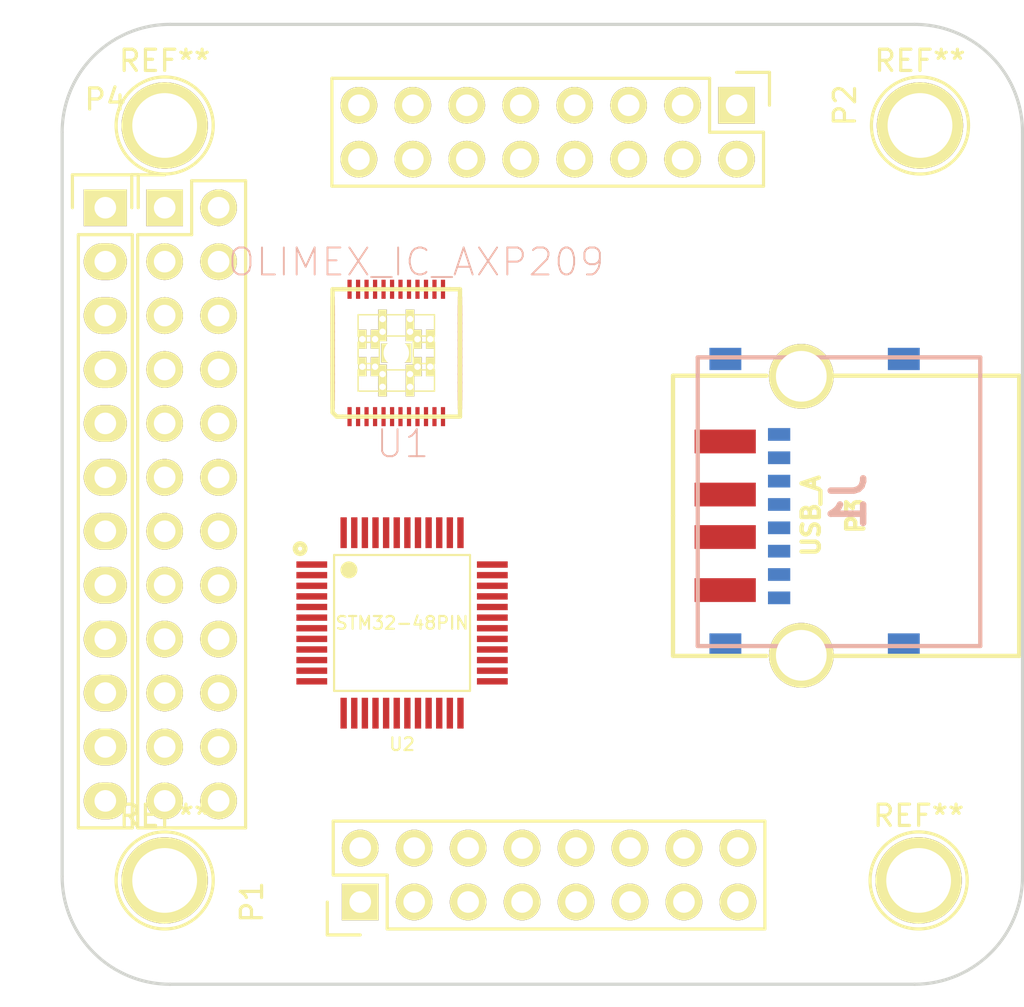
<source format=kicad_pcb>
(kicad_pcb (version 4) (host pcbnew 4.0.0-rc1-stable)

  (general
    (links 1)
    (no_connects 1)
    (area 124.384999 79.172999 169.747001 124.535001)
    (thickness 1.6)
    (drawings 8)
    (tracks 0)
    (zones 0)
    (modules 12)
    (nets 182)
  )

  (page A4)
  (layers
    (0 F.Cu signal)
    (31 B.Cu signal)
    (32 B.Adhes user)
    (33 F.Adhes user)
    (34 B.Paste user)
    (35 F.Paste user)
    (36 B.SilkS user)
    (37 F.SilkS user)
    (38 B.Mask user)
    (39 F.Mask user)
    (40 Dwgs.User user)
    (41 Cmts.User user)
    (42 Eco1.User user)
    (43 Eco2.User user)
    (44 Edge.Cuts user)
    (45 Margin user)
    (46 B.CrtYd user)
    (47 F.CrtYd user)
    (48 B.Fab user)
    (49 F.Fab user)
  )

  (setup
    (last_trace_width 0.25)
    (trace_clearance 0.2)
    (zone_clearance 0.508)
    (zone_45_only no)
    (trace_min 0.2)
    (segment_width 0.2)
    (edge_width 0.15)
    (via_size 0.6)
    (via_drill 0.4)
    (via_min_size 0.4)
    (via_min_drill 0.3)
    (uvia_size 0.3)
    (uvia_drill 0.1)
    (uvias_allowed no)
    (uvia_min_size 0.2)
    (uvia_min_drill 0.1)
    (pcb_text_width 0.3)
    (pcb_text_size 1.5 1.5)
    (mod_edge_width 0.15)
    (mod_text_size 1 1)
    (mod_text_width 0.15)
    (pad_size 1.524 1.524)
    (pad_drill 0.762)
    (pad_to_mask_clearance 0.2)
    (aux_axis_origin 0 0)
    (visible_elements FFFFFF7F)
    (pcbplotparams
      (layerselection 0x00030_80000001)
      (usegerberextensions false)
      (excludeedgelayer true)
      (linewidth 0.100000)
      (plotframeref false)
      (viasonmask false)
      (mode 1)
      (useauxorigin false)
      (hpglpennumber 1)
      (hpglpenspeed 20)
      (hpglpendiameter 15)
      (hpglpenoverlay 2)
      (psnegative false)
      (psa4output false)
      (plotreference true)
      (plotvalue true)
      (plotinvisibletext false)
      (padsonsilk false)
      (subtractmaskfromsilk false)
      (outputformat 1)
      (mirror false)
      (drillshape 1)
      (scaleselection 1)
      (outputdirectory ""))
  )

  (net 0 "")
  (net 1 "Net-(U1-Pad1)")
  (net 2 "Net-(U1-Pad2)")
  (net 3 "Net-(U1-Pad3)")
  (net 4 "Net-(U1-Pad4)")
  (net 5 "Net-(U1-Pad5)")
  (net 6 "Net-(U1-Pad6)")
  (net 7 "Net-(U1-Pad7)")
  (net 8 "Net-(U1-Pad8)")
  (net 9 "Net-(U1-Pad9)")
  (net 10 "Net-(U1-Pad10)")
  (net 11 "Net-(U1-Pad11)")
  (net 12 "Net-(U1-Pad12)")
  (net 13 "Net-(U1-Pad13)")
  (net 14 "Net-(U1-Pad14)")
  (net 15 "Net-(U1-Pad15)")
  (net 16 "Net-(U1-Pad16)")
  (net 17 "Net-(U1-Pad17)")
  (net 18 "Net-(U1-Pad18)")
  (net 19 "Net-(U1-Pad19)")
  (net 20 "Net-(U1-Pad20)")
  (net 21 "Net-(U1-Pad21)")
  (net 22 "Net-(U1-Pad22)")
  (net 23 "Net-(U1-Pad23)")
  (net 24 "Net-(U1-Pad24)")
  (net 25 "Net-(U1-Pad25)")
  (net 26 "Net-(U1-Pad26)")
  (net 27 "Net-(U1-Pad27)")
  (net 28 "Net-(U1-Pad28)")
  (net 29 "Net-(U1-Pad29)")
  (net 30 "Net-(U1-Pad30)")
  (net 31 "Net-(U1-Pad31)")
  (net 32 "Net-(U1-Pad32)")
  (net 33 "Net-(U1-Pad33)")
  (net 34 "Net-(U1-Pad34)")
  (net 35 "Net-(U1-Pad35)")
  (net 36 "Net-(U1-Pad36)")
  (net 37 "Net-(U1-Pad37)")
  (net 38 "Net-(U1-Pad38)")
  (net 39 "Net-(U1-Pad39)")
  (net 40 "Net-(U1-Pad40)")
  (net 41 "Net-(U1-Pad41)")
  (net 42 "Net-(U1-Pad42)")
  (net 43 "Net-(U1-Pad43)")
  (net 44 "Net-(U1-Pad44)")
  (net 45 "Net-(U1-Pad45)")
  (net 46 "Net-(U1-Pad46)")
  (net 47 "Net-(U1-Pad47)")
  (net 48 "Net-(U1-Pad48)")
  (net 49 "Net-(P1-Pad1)")
  (net 50 "Net-(P1-Pad2)")
  (net 51 "Net-(P1-Pad3)")
  (net 52 "Net-(P1-Pad4)")
  (net 53 "Net-(P1-Pad5)")
  (net 54 "Net-(P1-Pad6)")
  (net 55 "Net-(P1-Pad7)")
  (net 56 "Net-(P1-Pad8)")
  (net 57 "Net-(P1-Pad9)")
  (net 58 "Net-(P1-Pad10)")
  (net 59 "Net-(P1-Pad11)")
  (net 60 "Net-(P1-Pad12)")
  (net 61 "Net-(P1-Pad13)")
  (net 62 "Net-(P1-Pad14)")
  (net 63 "Net-(P1-Pad15)")
  (net 64 "Net-(P1-Pad16)")
  (net 65 "Net-(P2-Pad1)")
  (net 66 "Net-(P2-Pad2)")
  (net 67 "Net-(P2-Pad3)")
  (net 68 "Net-(P2-Pad4)")
  (net 69 "Net-(P2-Pad5)")
  (net 70 "Net-(P2-Pad6)")
  (net 71 "Net-(P2-Pad7)")
  (net 72 "Net-(P2-Pad8)")
  (net 73 "Net-(P2-Pad9)")
  (net 74 "Net-(P2-Pad10)")
  (net 75 "Net-(P2-Pad11)")
  (net 76 "Net-(P2-Pad12)")
  (net 77 "Net-(P2-Pad13)")
  (net 78 "Net-(P2-Pad14)")
  (net 79 "Net-(P2-Pad15)")
  (net 80 "Net-(P2-Pad16)")
  (net 81 "Net-(P3-Pad1)")
  (net 82 "Net-(P3-Pad2)")
  (net 83 "Net-(P3-Pad3)")
  (net 84 "Net-(P3-Pad4)")
  (net 85 "Net-(P3-Pad5)")
  (net 86 "Net-(J1-Pad1)")
  (net 87 "Net-(J1-Pad2)")
  (net 88 "Net-(J1-Pad3)")
  (net 89 "Net-(J1-Pad4)")
  (net 90 "Net-(J1-Pad5)")
  (net 91 "Net-(J1-Pad6)")
  (net 92 "Net-(J1-Pad7)")
  (net 93 "Net-(J1-Pad8)")
  (net 94 "Net-(J1-Pad12)")
  (net 95 "Net-(J1-Pad9)")
  (net 96 "Net-(J1-Pad11)")
  (net 97 "Net-(J1-Pad10)")
  (net 98 "Net-(P4-Pad1)")
  (net 99 "Net-(P4-Pad2)")
  (net 100 "Net-(P4-Pad3)")
  (net 101 "Net-(P4-Pad4)")
  (net 102 "Net-(P4-Pad5)")
  (net 103 "Net-(P4-Pad6)")
  (net 104 "Net-(P4-Pad7)")
  (net 105 "Net-(P4-Pad8)")
  (net 106 "Net-(P4-Pad9)")
  (net 107 "Net-(P4-Pad10)")
  (net 108 "Net-(P4-Pad11)")
  (net 109 "Net-(P4-Pad12)")
  (net 110 "Net-(P5-Pad1)")
  (net 111 "Net-(P5-Pad2)")
  (net 112 "Net-(P5-Pad3)")
  (net 113 "Net-(P5-Pad4)")
  (net 114 "Net-(P5-Pad5)")
  (net 115 "Net-(P5-Pad6)")
  (net 116 "Net-(P5-Pad7)")
  (net 117 "Net-(P5-Pad8)")
  (net 118 "Net-(P5-Pad9)")
  (net 119 "Net-(P5-Pad10)")
  (net 120 "Net-(P5-Pad11)")
  (net 121 "Net-(P5-Pad12)")
  (net 122 "Net-(P5-Pad13)")
  (net 123 "Net-(P5-Pad14)")
  (net 124 "Net-(P5-Pad15)")
  (net 125 "Net-(P5-Pad16)")
  (net 126 "Net-(P5-Pad17)")
  (net 127 "Net-(P5-Pad18)")
  (net 128 "Net-(P5-Pad19)")
  (net 129 "Net-(P5-Pad20)")
  (net 130 "Net-(P5-Pad21)")
  (net 131 "Net-(P5-Pad22)")
  (net 132 "Net-(P5-Pad23)")
  (net 133 "Net-(P5-Pad24)")
  (net 134 "Net-(U2-Pad1)")
  (net 135 "Net-(U2-Pad2)")
  (net 136 "Net-(U2-Pad3)")
  (net 137 "Net-(U2-Pad4)")
  (net 138 "Net-(U2-Pad5)")
  (net 139 "Net-(U2-Pad6)")
  (net 140 "Net-(U2-Pad7)")
  (net 141 "Net-(U2-Pad8)")
  (net 142 "Net-(U2-Pad9)")
  (net 143 "Net-(U2-Pad10)")
  (net 144 "Net-(U2-Pad11)")
  (net 145 "Net-(U2-Pad12)")
  (net 146 "Net-(U2-Pad13)")
  (net 147 "Net-(U2-Pad14)")
  (net 148 "Net-(U2-Pad15)")
  (net 149 "Net-(U2-Pad16)")
  (net 150 "Net-(U2-Pad17)")
  (net 151 "Net-(U2-Pad18)")
  (net 152 "Net-(U2-Pad19)")
  (net 153 "Net-(U2-Pad20)")
  (net 154 "Net-(U2-Pad21)")
  (net 155 "Net-(U2-Pad22)")
  (net 156 "Net-(U2-Pad23)")
  (net 157 "Net-(U2-Pad24)")
  (net 158 "Net-(U2-Pad25)")
  (net 159 "Net-(U2-Pad26)")
  (net 160 "Net-(U2-Pad27)")
  (net 161 "Net-(U2-Pad28)")
  (net 162 "Net-(U2-Pad29)")
  (net 163 "Net-(U2-Pad30)")
  (net 164 "Net-(U2-Pad31)")
  (net 165 "Net-(U2-Pad32)")
  (net 166 "Net-(U2-Pad33)")
  (net 167 "Net-(U2-Pad34)")
  (net 168 "Net-(U2-Pad35)")
  (net 169 "Net-(U2-Pad36)")
  (net 170 "Net-(U2-Pad37)")
  (net 171 "Net-(U2-Pad38)")
  (net 172 "Net-(U2-Pad39)")
  (net 173 "Net-(U2-Pad40)")
  (net 174 "Net-(U2-Pad41)")
  (net 175 "Net-(U2-Pad42)")
  (net 176 "Net-(U2-Pad43)")
  (net 177 "Net-(U2-Pad44)")
  (net 178 "Net-(U2-Pad45)")
  (net 179 "Net-(U2-Pad46)")
  (net 180 "Net-(U2-Pad47)")
  (net 181 "Net-(U2-Pad48)")

  (net_class Default "This is the default net class."
    (clearance 0.2)
    (trace_width 0.25)
    (via_dia 0.6)
    (via_drill 0.4)
    (uvia_dia 0.3)
    (uvia_drill 0.1)
    (add_net "Net-(J1-Pad1)")
    (add_net "Net-(J1-Pad10)")
    (add_net "Net-(J1-Pad11)")
    (add_net "Net-(J1-Pad12)")
    (add_net "Net-(J1-Pad2)")
    (add_net "Net-(J1-Pad3)")
    (add_net "Net-(J1-Pad4)")
    (add_net "Net-(J1-Pad5)")
    (add_net "Net-(J1-Pad6)")
    (add_net "Net-(J1-Pad7)")
    (add_net "Net-(J1-Pad8)")
    (add_net "Net-(J1-Pad9)")
    (add_net "Net-(P1-Pad1)")
    (add_net "Net-(P1-Pad10)")
    (add_net "Net-(P1-Pad11)")
    (add_net "Net-(P1-Pad12)")
    (add_net "Net-(P1-Pad13)")
    (add_net "Net-(P1-Pad14)")
    (add_net "Net-(P1-Pad15)")
    (add_net "Net-(P1-Pad16)")
    (add_net "Net-(P1-Pad2)")
    (add_net "Net-(P1-Pad3)")
    (add_net "Net-(P1-Pad4)")
    (add_net "Net-(P1-Pad5)")
    (add_net "Net-(P1-Pad6)")
    (add_net "Net-(P1-Pad7)")
    (add_net "Net-(P1-Pad8)")
    (add_net "Net-(P1-Pad9)")
    (add_net "Net-(P2-Pad1)")
    (add_net "Net-(P2-Pad10)")
    (add_net "Net-(P2-Pad11)")
    (add_net "Net-(P2-Pad12)")
    (add_net "Net-(P2-Pad13)")
    (add_net "Net-(P2-Pad14)")
    (add_net "Net-(P2-Pad15)")
    (add_net "Net-(P2-Pad16)")
    (add_net "Net-(P2-Pad2)")
    (add_net "Net-(P2-Pad3)")
    (add_net "Net-(P2-Pad4)")
    (add_net "Net-(P2-Pad5)")
    (add_net "Net-(P2-Pad6)")
    (add_net "Net-(P2-Pad7)")
    (add_net "Net-(P2-Pad8)")
    (add_net "Net-(P2-Pad9)")
    (add_net "Net-(P3-Pad1)")
    (add_net "Net-(P3-Pad2)")
    (add_net "Net-(P3-Pad3)")
    (add_net "Net-(P3-Pad4)")
    (add_net "Net-(P3-Pad5)")
    (add_net "Net-(P4-Pad1)")
    (add_net "Net-(P4-Pad10)")
    (add_net "Net-(P4-Pad11)")
    (add_net "Net-(P4-Pad12)")
    (add_net "Net-(P4-Pad2)")
    (add_net "Net-(P4-Pad3)")
    (add_net "Net-(P4-Pad4)")
    (add_net "Net-(P4-Pad5)")
    (add_net "Net-(P4-Pad6)")
    (add_net "Net-(P4-Pad7)")
    (add_net "Net-(P4-Pad8)")
    (add_net "Net-(P4-Pad9)")
    (add_net "Net-(P5-Pad1)")
    (add_net "Net-(P5-Pad10)")
    (add_net "Net-(P5-Pad11)")
    (add_net "Net-(P5-Pad12)")
    (add_net "Net-(P5-Pad13)")
    (add_net "Net-(P5-Pad14)")
    (add_net "Net-(P5-Pad15)")
    (add_net "Net-(P5-Pad16)")
    (add_net "Net-(P5-Pad17)")
    (add_net "Net-(P5-Pad18)")
    (add_net "Net-(P5-Pad19)")
    (add_net "Net-(P5-Pad2)")
    (add_net "Net-(P5-Pad20)")
    (add_net "Net-(P5-Pad21)")
    (add_net "Net-(P5-Pad22)")
    (add_net "Net-(P5-Pad23)")
    (add_net "Net-(P5-Pad24)")
    (add_net "Net-(P5-Pad3)")
    (add_net "Net-(P5-Pad4)")
    (add_net "Net-(P5-Pad5)")
    (add_net "Net-(P5-Pad6)")
    (add_net "Net-(P5-Pad7)")
    (add_net "Net-(P5-Pad8)")
    (add_net "Net-(P5-Pad9)")
    (add_net "Net-(U1-Pad1)")
    (add_net "Net-(U1-Pad10)")
    (add_net "Net-(U1-Pad11)")
    (add_net "Net-(U1-Pad12)")
    (add_net "Net-(U1-Pad13)")
    (add_net "Net-(U1-Pad14)")
    (add_net "Net-(U1-Pad15)")
    (add_net "Net-(U1-Pad16)")
    (add_net "Net-(U1-Pad17)")
    (add_net "Net-(U1-Pad18)")
    (add_net "Net-(U1-Pad19)")
    (add_net "Net-(U1-Pad2)")
    (add_net "Net-(U1-Pad20)")
    (add_net "Net-(U1-Pad21)")
    (add_net "Net-(U1-Pad22)")
    (add_net "Net-(U1-Pad23)")
    (add_net "Net-(U1-Pad24)")
    (add_net "Net-(U1-Pad25)")
    (add_net "Net-(U1-Pad26)")
    (add_net "Net-(U1-Pad27)")
    (add_net "Net-(U1-Pad28)")
    (add_net "Net-(U1-Pad29)")
    (add_net "Net-(U1-Pad3)")
    (add_net "Net-(U1-Pad30)")
    (add_net "Net-(U1-Pad31)")
    (add_net "Net-(U1-Pad32)")
    (add_net "Net-(U1-Pad33)")
    (add_net "Net-(U1-Pad34)")
    (add_net "Net-(U1-Pad35)")
    (add_net "Net-(U1-Pad36)")
    (add_net "Net-(U1-Pad37)")
    (add_net "Net-(U1-Pad38)")
    (add_net "Net-(U1-Pad39)")
    (add_net "Net-(U1-Pad4)")
    (add_net "Net-(U1-Pad40)")
    (add_net "Net-(U1-Pad41)")
    (add_net "Net-(U1-Pad42)")
    (add_net "Net-(U1-Pad43)")
    (add_net "Net-(U1-Pad44)")
    (add_net "Net-(U1-Pad45)")
    (add_net "Net-(U1-Pad46)")
    (add_net "Net-(U1-Pad47)")
    (add_net "Net-(U1-Pad48)")
    (add_net "Net-(U1-Pad5)")
    (add_net "Net-(U1-Pad6)")
    (add_net "Net-(U1-Pad7)")
    (add_net "Net-(U1-Pad8)")
    (add_net "Net-(U1-Pad9)")
    (add_net "Net-(U2-Pad1)")
    (add_net "Net-(U2-Pad10)")
    (add_net "Net-(U2-Pad11)")
    (add_net "Net-(U2-Pad12)")
    (add_net "Net-(U2-Pad13)")
    (add_net "Net-(U2-Pad14)")
    (add_net "Net-(U2-Pad15)")
    (add_net "Net-(U2-Pad16)")
    (add_net "Net-(U2-Pad17)")
    (add_net "Net-(U2-Pad18)")
    (add_net "Net-(U2-Pad19)")
    (add_net "Net-(U2-Pad2)")
    (add_net "Net-(U2-Pad20)")
    (add_net "Net-(U2-Pad21)")
    (add_net "Net-(U2-Pad22)")
    (add_net "Net-(U2-Pad23)")
    (add_net "Net-(U2-Pad24)")
    (add_net "Net-(U2-Pad25)")
    (add_net "Net-(U2-Pad26)")
    (add_net "Net-(U2-Pad27)")
    (add_net "Net-(U2-Pad28)")
    (add_net "Net-(U2-Pad29)")
    (add_net "Net-(U2-Pad3)")
    (add_net "Net-(U2-Pad30)")
    (add_net "Net-(U2-Pad31)")
    (add_net "Net-(U2-Pad32)")
    (add_net "Net-(U2-Pad33)")
    (add_net "Net-(U2-Pad34)")
    (add_net "Net-(U2-Pad35)")
    (add_net "Net-(U2-Pad36)")
    (add_net "Net-(U2-Pad37)")
    (add_net "Net-(U2-Pad38)")
    (add_net "Net-(U2-Pad39)")
    (add_net "Net-(U2-Pad4)")
    (add_net "Net-(U2-Pad40)")
    (add_net "Net-(U2-Pad41)")
    (add_net "Net-(U2-Pad42)")
    (add_net "Net-(U2-Pad43)")
    (add_net "Net-(U2-Pad44)")
    (add_net "Net-(U2-Pad45)")
    (add_net "Net-(U2-Pad46)")
    (add_net "Net-(U2-Pad47)")
    (add_net "Net-(U2-Pad48)")
    (add_net "Net-(U2-Pad5)")
    (add_net "Net-(U2-Pad6)")
    (add_net "Net-(U2-Pad7)")
    (add_net "Net-(U2-Pad8)")
    (add_net "Net-(U2-Pad9)")
  )

  (module Connect:1pin (layer F.Cu) (tedit 0) (tstamp 562C551D)
    (at 129.286 119.5705)
    (descr "module 1 pin (ou trou mecanique de percage)")
    (tags DEV)
    (fp_text reference REF** (at 0 -3.048) (layer F.SilkS)
      (effects (font (size 1 1) (thickness 0.15)))
    )
    (fp_text value 1pin (at 0 2.794) (layer F.Fab)
      (effects (font (size 1 1) (thickness 0.15)))
    )
    (fp_circle (center 0 0) (end 0 -2.286) (layer F.SilkS) (width 0.15))
    (pad 1 thru_hole circle (at 0 0) (size 4.064 4.064) (drill 3.048) (layers *.Cu *.Mask F.SilkS))
  )

  (module ax209:ax209-OLIMEX_IC_QFN48 (layer F.Cu) (tedit 200000) (tstamp 562BA4A0)
    (at 140.19022 94.72422)
    (path /562BA3CE)
    (attr smd)
    (fp_text reference U1 (at 0.29972 4.2799) (layer B.SilkS)
      (effects (font (size 1.27 1.27) (thickness 0.0889)))
    )
    (fp_text value OLIMEX_IC_AXP209 (at 0.93472 -4.2799) (layer B.SilkS)
      (effects (font (size 1.27 1.27) (thickness 0.0889)))
    )
    (fp_line (start -1.79832 0.49784) (end -0.79756 0.49784) (layer F.SilkS) (width 0.06604))
    (fp_line (start -0.79756 0.49784) (end -0.79756 -0.49784) (layer F.SilkS) (width 0.06604))
    (fp_line (start -1.79832 -0.49784) (end -0.79756 -0.49784) (layer F.SilkS) (width 0.06604))
    (fp_line (start -1.79832 0.49784) (end -1.79832 -0.49784) (layer F.SilkS) (width 0.06604))
    (fp_line (start -0.49784 1.79832) (end 0.49784 1.79832) (layer F.SilkS) (width 0.06604))
    (fp_line (start 0.49784 1.79832) (end 0.49784 0.79756) (layer F.SilkS) (width 0.06604))
    (fp_line (start -0.49784 0.79756) (end 0.49784 0.79756) (layer F.SilkS) (width 0.06604))
    (fp_line (start -0.49784 1.79832) (end -0.49784 0.79756) (layer F.SilkS) (width 0.06604))
    (fp_line (start -1.79832 1.79832) (end -0.79756 1.79832) (layer F.SilkS) (width 0.06604))
    (fp_line (start -0.79756 1.79832) (end -0.79756 0.79756) (layer F.SilkS) (width 0.06604))
    (fp_line (start -1.79832 0.79756) (end -0.79756 0.79756) (layer F.SilkS) (width 0.06604))
    (fp_line (start -1.79832 1.79832) (end -1.79832 0.79756) (layer F.SilkS) (width 0.06604))
    (fp_line (start 0.79756 1.79832) (end 1.79832 1.79832) (layer F.SilkS) (width 0.06604))
    (fp_line (start 1.79832 1.79832) (end 1.79832 0.79756) (layer F.SilkS) (width 0.06604))
    (fp_line (start 0.79756 0.79756) (end 1.79832 0.79756) (layer F.SilkS) (width 0.06604))
    (fp_line (start 0.79756 1.79832) (end 0.79756 0.79756) (layer F.SilkS) (width 0.06604))
    (fp_line (start 0.79756 0.49784) (end 1.79832 0.49784) (layer F.SilkS) (width 0.06604))
    (fp_line (start 1.79832 0.49784) (end 1.79832 -0.49784) (layer F.SilkS) (width 0.06604))
    (fp_line (start 0.79756 -0.49784) (end 1.79832 -0.49784) (layer F.SilkS) (width 0.06604))
    (fp_line (start 0.79756 0.49784) (end 0.79756 -0.49784) (layer F.SilkS) (width 0.06604))
    (fp_line (start -1.79832 -0.79756) (end -0.79756 -0.79756) (layer F.SilkS) (width 0.06604))
    (fp_line (start -0.79756 -0.79756) (end -0.79756 -1.79832) (layer F.SilkS) (width 0.06604))
    (fp_line (start -1.79832 -1.79832) (end -0.79756 -1.79832) (layer F.SilkS) (width 0.06604))
    (fp_line (start -1.79832 -0.79756) (end -1.79832 -1.79832) (layer F.SilkS) (width 0.06604))
    (fp_line (start -0.49784 -0.79756) (end 0.49784 -0.79756) (layer F.SilkS) (width 0.06604))
    (fp_line (start 0.49784 -0.79756) (end 0.49784 -1.79832) (layer F.SilkS) (width 0.06604))
    (fp_line (start -0.49784 -1.79832) (end 0.49784 -1.79832) (layer F.SilkS) (width 0.06604))
    (fp_line (start -0.49784 -0.79756) (end -0.49784 -1.79832) (layer F.SilkS) (width 0.06604))
    (fp_line (start 0.79756 -0.79756) (end 1.79832 -0.79756) (layer F.SilkS) (width 0.06604))
    (fp_line (start 1.79832 -0.79756) (end 1.79832 -1.79832) (layer F.SilkS) (width 0.06604))
    (fp_line (start 0.79756 -1.79832) (end 1.79832 -1.79832) (layer F.SilkS) (width 0.06604))
    (fp_line (start 0.79756 -0.79756) (end 0.79756 -1.79832) (layer F.SilkS) (width 0.06604))
    (fp_line (start -2.99974 -2.99974) (end -2.52476 -2.99974) (layer F.SilkS) (width 0.2032))
    (fp_line (start -2.52476 -2.99974) (end 2.52476 -2.99974) (layer F.SilkS) (width 0.2032))
    (fp_line (start 2.52476 -2.99974) (end 2.99974 -2.99974) (layer F.SilkS) (width 0.2032))
    (fp_line (start 2.99974 -2.99974) (end 2.99974 -2.52476) (layer F.SilkS) (width 0.2032))
    (fp_line (start 2.99974 -2.52476) (end 2.99974 2.52476) (layer F.SilkS) (width 0.2032))
    (fp_line (start 2.99974 2.52476) (end 2.99974 2.99974) (layer F.SilkS) (width 0.2032))
    (fp_line (start 2.99974 2.99974) (end 2.52476 2.99974) (layer F.SilkS) (width 0.2032))
    (fp_line (start 2.52476 2.99974) (end -2.52476 2.99974) (layer F.SilkS) (width 0.2032))
    (fp_line (start -2.52476 2.99974) (end -2.79908 2.99974) (layer F.SilkS) (width 0.2032))
    (fp_line (start -2.79908 2.99974) (end -2.99974 2.79908) (layer F.SilkS) (width 0.2032))
    (fp_line (start -2.99974 2.79908) (end -2.99974 2.52476) (layer F.SilkS) (width 0.2032))
    (fp_line (start -2.99974 2.52476) (end -2.99974 -2.52476) (layer F.SilkS) (width 0.2032))
    (fp_line (start -2.99974 -2.52476) (end -2.99974 -2.99974) (layer F.SilkS) (width 0.2032))
    (pad 1 smd rect (at -2.19964 2.99974) (size 0.19812 0.89916) (layers F.Cu F.Paste F.Mask)
      (net 1 "Net-(U1-Pad1)"))
    (pad 2 smd rect (at -1.79832 2.99974) (size 0.19812 0.89916) (layers F.Cu F.Paste F.Mask)
      (net 2 "Net-(U1-Pad2)"))
    (pad 3 smd rect (at -1.39954 2.99974) (size 0.19812 0.89916) (layers F.Cu F.Paste F.Mask)
      (net 3 "Net-(U1-Pad3)"))
    (pad 4 smd rect (at -0.99822 2.99974) (size 0.19812 0.89916) (layers F.Cu F.Paste F.Mask)
      (net 4 "Net-(U1-Pad4)"))
    (pad 5 smd rect (at -0.59944 2.99974) (size 0.19812 0.89916) (layers F.Cu F.Paste F.Mask)
      (net 5 "Net-(U1-Pad5)"))
    (pad 6 smd rect (at -0.19812 2.99974) (size 0.19812 0.89916) (layers F.Cu F.Paste F.Mask)
      (net 6 "Net-(U1-Pad6)"))
    (pad 7 smd rect (at 0.19812 2.99974) (size 0.19812 0.89916) (layers F.Cu F.Paste F.Mask)
      (net 7 "Net-(U1-Pad7)"))
    (pad 8 smd rect (at 0.59944 2.99974) (size 0.19812 0.89916) (layers F.Cu F.Paste F.Mask)
      (net 8 "Net-(U1-Pad8)"))
    (pad 9 smd rect (at 0.99822 2.99974) (size 0.19812 0.89916) (layers F.Cu F.Paste F.Mask)
      (net 9 "Net-(U1-Pad9)"))
    (pad 10 smd rect (at 1.39954 2.99974) (size 0.19812 0.89916) (layers F.Cu F.Paste F.Mask)
      (net 10 "Net-(U1-Pad10)"))
    (pad 11 smd rect (at 1.79832 2.99974) (size 0.19812 0.89916) (layers F.Cu F.Paste F.Mask)
      (net 11 "Net-(U1-Pad11)"))
    (pad 12 smd rect (at 2.19964 2.99974) (size 0.19812 0.89916) (layers F.Cu F.Paste F.Mask)
      (net 12 "Net-(U1-Pad12)"))
    (pad 13 smd rect (at 2.99974 2.19964) (size 0.19812 0.89916) (layers F.Cu F.Paste F.Mask)
      (net 13 "Net-(U1-Pad13)"))
    (pad 14 smd rect (at 2.99974 1.79832) (size 0.19812 0.89916) (layers F.Cu F.Paste F.Mask)
      (net 14 "Net-(U1-Pad14)"))
    (pad 15 smd rect (at 2.99974 1.39954) (size 0.19812 0.89916) (layers F.Cu F.Paste F.Mask)
      (net 15 "Net-(U1-Pad15)"))
    (pad 16 smd rect (at 2.99974 0.99822) (size 0.19812 0.89916) (layers F.Cu F.Paste F.Mask)
      (net 16 "Net-(U1-Pad16)"))
    (pad 17 smd rect (at 2.99974 0.59944) (size 0.19812 0.89916) (layers F.Cu F.Paste F.Mask)
      (net 17 "Net-(U1-Pad17)"))
    (pad 18 smd rect (at 2.99974 0.19812) (size 0.19812 0.89916) (layers F.Cu F.Paste F.Mask)
      (net 18 "Net-(U1-Pad18)"))
    (pad 19 smd rect (at 2.99974 -0.19812) (size 0.19812 0.89916) (layers F.Cu F.Paste F.Mask)
      (net 19 "Net-(U1-Pad19)"))
    (pad 20 smd rect (at 2.99974 -0.59944) (size 0.19812 0.89916) (layers F.Cu F.Paste F.Mask)
      (net 20 "Net-(U1-Pad20)"))
    (pad 21 smd rect (at 2.99974 -0.99822) (size 0.19812 0.89916) (layers F.Cu F.Paste F.Mask)
      (net 21 "Net-(U1-Pad21)"))
    (pad 22 smd rect (at 2.99974 -1.39954) (size 0.19812 0.89916) (layers F.Cu F.Paste F.Mask)
      (net 22 "Net-(U1-Pad22)"))
    (pad 23 smd rect (at 2.99974 -1.79832) (size 0.19812 0.89916) (layers F.Cu F.Paste F.Mask)
      (net 23 "Net-(U1-Pad23)"))
    (pad 24 smd rect (at 2.99974 -2.19964) (size 0.19812 0.89916) (layers F.Cu F.Paste F.Mask)
      (net 24 "Net-(U1-Pad24)"))
    (pad 25 smd rect (at 2.19964 -2.99974) (size 0.19812 0.89916) (layers F.Cu F.Paste F.Mask)
      (net 25 "Net-(U1-Pad25)"))
    (pad 26 smd rect (at 1.79832 -2.99974) (size 0.19812 0.89916) (layers F.Cu F.Paste F.Mask)
      (net 26 "Net-(U1-Pad26)"))
    (pad 27 smd rect (at 1.39954 -2.99974) (size 0.19812 0.89916) (layers F.Cu F.Paste F.Mask)
      (net 27 "Net-(U1-Pad27)"))
    (pad 28 smd rect (at 0.99822 -2.99974) (size 0.19812 0.89916) (layers F.Cu F.Paste F.Mask)
      (net 28 "Net-(U1-Pad28)"))
    (pad 29 smd rect (at 0.59944 -2.99974) (size 0.19812 0.89916) (layers F.Cu F.Paste F.Mask)
      (net 29 "Net-(U1-Pad29)"))
    (pad 30 smd rect (at 0.19812 -2.99974) (size 0.19812 0.89916) (layers F.Cu F.Paste F.Mask)
      (net 30 "Net-(U1-Pad30)"))
    (pad 31 smd rect (at -0.19812 -2.99974) (size 0.19812 0.89916) (layers F.Cu F.Paste F.Mask)
      (net 31 "Net-(U1-Pad31)"))
    (pad 32 smd rect (at -0.59944 -2.99974) (size 0.19812 0.89916) (layers F.Cu F.Paste F.Mask)
      (net 32 "Net-(U1-Pad32)"))
    (pad 33 smd rect (at -0.99822 -2.99974) (size 0.19812 0.89916) (layers F.Cu F.Paste F.Mask)
      (net 33 "Net-(U1-Pad33)"))
    (pad 34 smd rect (at -1.39954 -2.99974) (size 0.19812 0.89916) (layers F.Cu F.Paste F.Mask)
      (net 34 "Net-(U1-Pad34)"))
    (pad 35 smd rect (at -1.79832 -2.99974) (size 0.19812 0.89916) (layers F.Cu F.Paste F.Mask)
      (net 35 "Net-(U1-Pad35)"))
    (pad 36 smd rect (at -2.19964 -2.99974) (size 0.19812 0.89916) (layers F.Cu F.Paste F.Mask)
      (net 36 "Net-(U1-Pad36)"))
    (pad 37 smd rect (at -2.99974 -2.19964) (size 0.19812 0.89916) (layers F.Cu F.Paste F.Mask)
      (net 37 "Net-(U1-Pad37)"))
    (pad 38 smd rect (at -2.99974 -1.79832) (size 0.19812 0.89916) (layers F.Cu F.Paste F.Mask)
      (net 38 "Net-(U1-Pad38)"))
    (pad 39 smd rect (at -2.99974 -1.39954) (size 0.19812 0.89916) (layers F.Cu F.Paste F.Mask)
      (net 39 "Net-(U1-Pad39)"))
    (pad 40 smd rect (at -2.99974 -0.99822) (size 0.19812 0.89916) (layers F.Cu F.Paste F.Mask)
      (net 40 "Net-(U1-Pad40)"))
    (pad 41 smd rect (at -2.99974 -0.59944) (size 0.19812 0.89916) (layers F.Cu F.Paste F.Mask)
      (net 41 "Net-(U1-Pad41)"))
    (pad 42 smd rect (at -2.99974 -0.19812) (size 0.19812 0.89916) (layers F.Cu F.Paste F.Mask)
      (net 42 "Net-(U1-Pad42)"))
    (pad 43 smd rect (at -2.99974 0.19812) (size 0.19812 0.89916) (layers F.Cu F.Paste F.Mask)
      (net 43 "Net-(U1-Pad43)"))
    (pad 44 smd rect (at -2.99974 0.59944) (size 0.19812 0.89916) (layers F.Cu F.Paste F.Mask)
      (net 44 "Net-(U1-Pad44)"))
    (pad 45 smd rect (at -2.99974 0.99822) (size 0.19812 0.89916) (layers F.Cu F.Paste F.Mask)
      (net 45 "Net-(U1-Pad45)"))
    (pad 46 smd rect (at -2.99974 1.39954) (size 0.19812 0.89916) (layers F.Cu F.Paste F.Mask)
      (net 46 "Net-(U1-Pad46)"))
    (pad 47 smd rect (at -2.99974 1.79832) (size 0.19812 0.89916) (layers F.Cu F.Paste F.Mask)
      (net 47 "Net-(U1-Pad47)"))
    (pad 48 smd rect (at -2.99974 2.19964) (size 0.19812 0.89916) (layers F.Cu F.Paste F.Mask)
      (net 48 "Net-(U1-Pad48)"))
    (pad N1 thru_hole rect (at 0 0) (size 1.4224 0.89916) (drill 1.19888) (layers *.Cu F.Paste F.SilkS F.Mask))
    (pad N2 thru_hole rect (at -1.59766 -0.6477) (size 0.39878 0.89916) (drill 0.29972) (layers *.Cu F.Paste F.SilkS F.Mask))
    (pad N3 thru_hole rect (at -0.99822 -0.6477) (size 0.39878 0.89916) (drill 0.29972) (layers *.Cu F.Paste F.SilkS F.Mask))
    (pad N4 thru_hole rect (at -1.59766 0.6477) (size 0.39878 0.89916) (drill 0.29972) (layers *.Cu F.Paste F.SilkS F.Mask))
    (pad N5 thru_hole rect (at -0.99822 0.6477) (size 0.39878 0.89916) (drill 0.29972) (layers *.Cu F.Paste F.SilkS F.Mask))
    (pad N6 thru_hole rect (at -0.6477 1.59766) (size 0.39878 0.89916) (drill 0.29972) (layers *.Cu F.Paste F.SilkS F.Mask))
    (pad N7 thru_hole rect (at -0.6477 0.99822) (size 0.39878 0.89916) (drill 0.29972) (layers *.Cu F.Paste F.SilkS F.Mask))
    (pad N8 thru_hole rect (at 0.6477 1.59766) (size 0.39878 0.89916) (drill 0.29972) (layers *.Cu F.Paste F.SilkS F.Mask))
    (pad N9 thru_hole rect (at 0.6477 0.99822) (size 0.39878 0.89916) (drill 0.29972) (layers *.Cu F.Paste F.SilkS F.Mask))
    (pad N10 thru_hole rect (at 1.59766 0.6477) (size 0.39878 0.89916) (drill 0.29972) (layers *.Cu F.Paste F.SilkS F.Mask))
    (pad N11 thru_hole rect (at 0.99822 0.6477) (size 0.39878 0.89916) (drill 0.29972) (layers *.Cu F.Paste F.SilkS F.Mask))
    (pad N12 thru_hole rect (at 1.59766 -0.6477) (size 0.39878 0.89916) (drill 0.29972) (layers *.Cu F.Paste F.SilkS F.Mask))
    (pad N13 thru_hole rect (at 0.99822 -0.6477) (size 0.39878 0.89916) (drill 0.29972) (layers *.Cu F.Paste F.SilkS F.Mask))
    (pad N14 thru_hole rect (at 0.6477 -1.59766) (size 0.39878 0.89916) (drill 0.29972) (layers *.Cu F.Paste F.SilkS F.Mask))
    (pad N15 thru_hole rect (at 0.6477 -0.99822) (size 0.39878 0.89916) (drill 0.29972) (layers *.Cu F.Paste F.SilkS F.Mask))
    (pad N16 thru_hole rect (at -0.6477 -1.59766) (size 0.39878 0.89916) (drill 0.29972) (layers *.Cu F.Paste F.SilkS F.Mask))
    (pad N17 thru_hole rect (at -0.6477 -0.99822) (size 0.39878 0.89916) (drill 0.29972) (layers *.Cu F.Paste F.SilkS F.Mask))
  )

  (module Pin_Headers:Pin_Header_Straight_2x08 (layer F.Cu) (tedit 0) (tstamp 562BA529)
    (at 138.4935 120.5865 90)
    (descr "Through hole pin header")
    (tags "pin header")
    (path /562BA4D4)
    (fp_text reference P1 (at 0 -5.1 90) (layer F.SilkS)
      (effects (font (size 1 1) (thickness 0.15)))
    )
    (fp_text value CONN_02X08 (at 0 -3.1 90) (layer F.Fab)
      (effects (font (size 1 1) (thickness 0.15)))
    )
    (fp_line (start -1.75 -1.75) (end -1.75 19.55) (layer F.CrtYd) (width 0.05))
    (fp_line (start 4.3 -1.75) (end 4.3 19.55) (layer F.CrtYd) (width 0.05))
    (fp_line (start -1.75 -1.75) (end 4.3 -1.75) (layer F.CrtYd) (width 0.05))
    (fp_line (start -1.75 19.55) (end 4.3 19.55) (layer F.CrtYd) (width 0.05))
    (fp_line (start 3.81 19.05) (end 3.81 -1.27) (layer F.SilkS) (width 0.15))
    (fp_line (start -1.27 1.27) (end -1.27 19.05) (layer F.SilkS) (width 0.15))
    (fp_line (start 3.81 19.05) (end -1.27 19.05) (layer F.SilkS) (width 0.15))
    (fp_line (start 3.81 -1.27) (end 1.27 -1.27) (layer F.SilkS) (width 0.15))
    (fp_line (start 0 -1.55) (end -1.55 -1.55) (layer F.SilkS) (width 0.15))
    (fp_line (start 1.27 -1.27) (end 1.27 1.27) (layer F.SilkS) (width 0.15))
    (fp_line (start 1.27 1.27) (end -1.27 1.27) (layer F.SilkS) (width 0.15))
    (fp_line (start -1.55 -1.55) (end -1.55 0) (layer F.SilkS) (width 0.15))
    (pad 1 thru_hole rect (at 0 0 90) (size 1.7272 1.7272) (drill 1.016) (layers *.Cu *.Mask F.SilkS)
      (net 49 "Net-(P1-Pad1)"))
    (pad 2 thru_hole oval (at 2.54 0 90) (size 1.7272 1.7272) (drill 1.016) (layers *.Cu *.Mask F.SilkS)
      (net 50 "Net-(P1-Pad2)"))
    (pad 3 thru_hole oval (at 0 2.54 90) (size 1.7272 1.7272) (drill 1.016) (layers *.Cu *.Mask F.SilkS)
      (net 51 "Net-(P1-Pad3)"))
    (pad 4 thru_hole oval (at 2.54 2.54 90) (size 1.7272 1.7272) (drill 1.016) (layers *.Cu *.Mask F.SilkS)
      (net 52 "Net-(P1-Pad4)"))
    (pad 5 thru_hole oval (at 0 5.08 90) (size 1.7272 1.7272) (drill 1.016) (layers *.Cu *.Mask F.SilkS)
      (net 53 "Net-(P1-Pad5)"))
    (pad 6 thru_hole oval (at 2.54 5.08 90) (size 1.7272 1.7272) (drill 1.016) (layers *.Cu *.Mask F.SilkS)
      (net 54 "Net-(P1-Pad6)"))
    (pad 7 thru_hole oval (at 0 7.62 90) (size 1.7272 1.7272) (drill 1.016) (layers *.Cu *.Mask F.SilkS)
      (net 55 "Net-(P1-Pad7)"))
    (pad 8 thru_hole oval (at 2.54 7.62 90) (size 1.7272 1.7272) (drill 1.016) (layers *.Cu *.Mask F.SilkS)
      (net 56 "Net-(P1-Pad8)"))
    (pad 9 thru_hole oval (at 0 10.16 90) (size 1.7272 1.7272) (drill 1.016) (layers *.Cu *.Mask F.SilkS)
      (net 57 "Net-(P1-Pad9)"))
    (pad 10 thru_hole oval (at 2.54 10.16 90) (size 1.7272 1.7272) (drill 1.016) (layers *.Cu *.Mask F.SilkS)
      (net 58 "Net-(P1-Pad10)"))
    (pad 11 thru_hole oval (at 0 12.7 90) (size 1.7272 1.7272) (drill 1.016) (layers *.Cu *.Mask F.SilkS)
      (net 59 "Net-(P1-Pad11)"))
    (pad 12 thru_hole oval (at 2.54 12.7 90) (size 1.7272 1.7272) (drill 1.016) (layers *.Cu *.Mask F.SilkS)
      (net 60 "Net-(P1-Pad12)"))
    (pad 13 thru_hole oval (at 0 15.24 90) (size 1.7272 1.7272) (drill 1.016) (layers *.Cu *.Mask F.SilkS)
      (net 61 "Net-(P1-Pad13)"))
    (pad 14 thru_hole oval (at 2.54 15.24 90) (size 1.7272 1.7272) (drill 1.016) (layers *.Cu *.Mask F.SilkS)
      (net 62 "Net-(P1-Pad14)"))
    (pad 15 thru_hole oval (at 0 17.78 90) (size 1.7272 1.7272) (drill 1.016) (layers *.Cu *.Mask F.SilkS)
      (net 63 "Net-(P1-Pad15)"))
    (pad 16 thru_hole oval (at 2.54 17.78 90) (size 1.7272 1.7272) (drill 1.016) (layers *.Cu *.Mask F.SilkS)
      (net 64 "Net-(P1-Pad16)"))
    (model Pin_Headers.3dshapes/Pin_Header_Straight_2x08.wrl
      (at (xyz 0.05 -0.35 0))
      (scale (xyz 1 1 1))
      (rotate (xyz 0 0 90))
    )
  )

  (module Pin_Headers:Pin_Header_Straight_2x08 (layer F.Cu) (tedit 0) (tstamp 562BA53D)
    (at 156.21 83.058 270)
    (descr "Through hole pin header")
    (tags "pin header")
    (path /562BA547)
    (fp_text reference P2 (at 0 -5.1 270) (layer F.SilkS)
      (effects (font (size 1 1) (thickness 0.15)))
    )
    (fp_text value CONN_02X08 (at 0 -3.1 270) (layer F.Fab)
      (effects (font (size 1 1) (thickness 0.15)))
    )
    (fp_line (start -1.75 -1.75) (end -1.75 19.55) (layer F.CrtYd) (width 0.05))
    (fp_line (start 4.3 -1.75) (end 4.3 19.55) (layer F.CrtYd) (width 0.05))
    (fp_line (start -1.75 -1.75) (end 4.3 -1.75) (layer F.CrtYd) (width 0.05))
    (fp_line (start -1.75 19.55) (end 4.3 19.55) (layer F.CrtYd) (width 0.05))
    (fp_line (start 3.81 19.05) (end 3.81 -1.27) (layer F.SilkS) (width 0.15))
    (fp_line (start -1.27 1.27) (end -1.27 19.05) (layer F.SilkS) (width 0.15))
    (fp_line (start 3.81 19.05) (end -1.27 19.05) (layer F.SilkS) (width 0.15))
    (fp_line (start 3.81 -1.27) (end 1.27 -1.27) (layer F.SilkS) (width 0.15))
    (fp_line (start 0 -1.55) (end -1.55 -1.55) (layer F.SilkS) (width 0.15))
    (fp_line (start 1.27 -1.27) (end 1.27 1.27) (layer F.SilkS) (width 0.15))
    (fp_line (start 1.27 1.27) (end -1.27 1.27) (layer F.SilkS) (width 0.15))
    (fp_line (start -1.55 -1.55) (end -1.55 0) (layer F.SilkS) (width 0.15))
    (pad 1 thru_hole rect (at 0 0 270) (size 1.7272 1.7272) (drill 1.016) (layers *.Cu *.Mask F.SilkS)
      (net 65 "Net-(P2-Pad1)"))
    (pad 2 thru_hole oval (at 2.54 0 270) (size 1.7272 1.7272) (drill 1.016) (layers *.Cu *.Mask F.SilkS)
      (net 66 "Net-(P2-Pad2)"))
    (pad 3 thru_hole oval (at 0 2.54 270) (size 1.7272 1.7272) (drill 1.016) (layers *.Cu *.Mask F.SilkS)
      (net 67 "Net-(P2-Pad3)"))
    (pad 4 thru_hole oval (at 2.54 2.54 270) (size 1.7272 1.7272) (drill 1.016) (layers *.Cu *.Mask F.SilkS)
      (net 68 "Net-(P2-Pad4)"))
    (pad 5 thru_hole oval (at 0 5.08 270) (size 1.7272 1.7272) (drill 1.016) (layers *.Cu *.Mask F.SilkS)
      (net 69 "Net-(P2-Pad5)"))
    (pad 6 thru_hole oval (at 2.54 5.08 270) (size 1.7272 1.7272) (drill 1.016) (layers *.Cu *.Mask F.SilkS)
      (net 70 "Net-(P2-Pad6)"))
    (pad 7 thru_hole oval (at 0 7.62 270) (size 1.7272 1.7272) (drill 1.016) (layers *.Cu *.Mask F.SilkS)
      (net 71 "Net-(P2-Pad7)"))
    (pad 8 thru_hole oval (at 2.54 7.62 270) (size 1.7272 1.7272) (drill 1.016) (layers *.Cu *.Mask F.SilkS)
      (net 72 "Net-(P2-Pad8)"))
    (pad 9 thru_hole oval (at 0 10.16 270) (size 1.7272 1.7272) (drill 1.016) (layers *.Cu *.Mask F.SilkS)
      (net 73 "Net-(P2-Pad9)"))
    (pad 10 thru_hole oval (at 2.54 10.16 270) (size 1.7272 1.7272) (drill 1.016) (layers *.Cu *.Mask F.SilkS)
      (net 74 "Net-(P2-Pad10)"))
    (pad 11 thru_hole oval (at 0 12.7 270) (size 1.7272 1.7272) (drill 1.016) (layers *.Cu *.Mask F.SilkS)
      (net 75 "Net-(P2-Pad11)"))
    (pad 12 thru_hole oval (at 2.54 12.7 270) (size 1.7272 1.7272) (drill 1.016) (layers *.Cu *.Mask F.SilkS)
      (net 76 "Net-(P2-Pad12)"))
    (pad 13 thru_hole oval (at 0 15.24 270) (size 1.7272 1.7272) (drill 1.016) (layers *.Cu *.Mask F.SilkS)
      (net 77 "Net-(P2-Pad13)"))
    (pad 14 thru_hole oval (at 2.54 15.24 270) (size 1.7272 1.7272) (drill 1.016) (layers *.Cu *.Mask F.SilkS)
      (net 78 "Net-(P2-Pad14)"))
    (pad 15 thru_hole oval (at 0 17.78 270) (size 1.7272 1.7272) (drill 1.016) (layers *.Cu *.Mask F.SilkS)
      (net 79 "Net-(P2-Pad15)"))
    (pad 16 thru_hole oval (at 2.54 17.78 270) (size 1.7272 1.7272) (drill 1.016) (layers *.Cu *.Mask F.SilkS)
      (net 80 "Net-(P2-Pad16)"))
    (model Pin_Headers.3dshapes/Pin_Header_Straight_2x08.wrl
      (at (xyz 0.05 -0.35 0))
      (scale (xyz 1 1 1))
      (rotate (xyz 0 0 90))
    )
  )

  (module opendous:USB-A-Receptacle-FCI_87583 (layer F.Cu) (tedit 4DDD2C09) (tstamp 562BA6B5)
    (at 157.11678 102.39502 90)
    (path /562BA65E)
    (fp_text reference P3 (at 0 4.699 90) (layer F.SilkS)
      (effects (font (size 0.8128 0.8128) (thickness 0.2032)))
    )
    (fp_text value USB_A (at 0 2.60096 90) (layer F.SilkS)
      (effects (font (size 0.8128 0.8128) (thickness 0.2032)))
    )
    (fp_line (start 6.59892 12.40028) (end -6.59892 12.40028) (layer F.SilkS) (width 0.2032))
    (fp_line (start 6.59892 2.10058) (end 6.59892 12.40028) (layer F.SilkS) (width 0.2032))
    (fp_line (start -6.59892 2.10058) (end -6.59892 12.40028) (layer F.SilkS) (width 0.2032))
    (fp_line (start -6.59892 -3.8989) (end -6.59892 0.50038) (layer F.SilkS) (width 0.2032))
    (fp_line (start 6.59892 -3.8989) (end 6.59892 0.50038) (layer F.SilkS) (width 0.2032))
    (fp_line (start 0 -3.8989) (end 6.59892 -3.8989) (layer F.SilkS) (width 0.2032))
    (fp_line (start 0 -3.8989) (end -6.59892 -3.8989) (layer F.SilkS) (width 0.2032))
    (pad 1 smd rect (at -3.50012 -1.44018 90) (size 1.12014 2.88036) (layers F.Cu F.Paste F.Mask)
      (net 81 "Net-(P3-Pad1)"))
    (pad 2 smd rect (at -1.00076 -1.44018 90) (size 1.12014 2.88036) (layers F.Cu F.Paste F.Mask)
      (net 82 "Net-(P3-Pad2)"))
    (pad 3 smd rect (at 1.00076 -1.44018 90) (size 1.12014 2.88036) (layers F.Cu F.Paste F.Mask)
      (net 83 "Net-(P3-Pad3)"))
    (pad 4 smd rect (at 3.50012 -1.44018 90) (size 1.12014 2.88036) (layers F.Cu F.Paste F.Mask)
      (net 84 "Net-(P3-Pad4)"))
    (pad 5 thru_hole circle (at -6.57098 2.14122 90) (size 3.048 3.048) (drill 2.3876) (layers *.Cu *.Mask F.SilkS)
      (net 85 "Net-(P3-Pad5)"))
    (pad 5 thru_hole circle (at 6.57098 2.14122 90) (size 3.048 3.048) (drill 2.3876) (layers *.Cu *.Mask F.SilkS)
      (net 85 "Net-(P3-Pad5)"))
  )

  (module armory:MICRO_SD_HINGE_AMP (layer B.Cu) (tedit 540D799B) (tstamp 562BABD4)
    (at 167.68318 101.73208 90)
    (path /562BAACC)
    (attr smd)
    (fp_text reference J1 (at 0.01524 -6.20268 90) (layer B.SilkS)
      (effects (font (thickness 0.3048)) (justify mirror))
    )
    (fp_text value MICRO_SD_HINGE (at -0.01524 -8.01116 90) (layer B.SilkS) hide
      (effects (font (size 1 1) (thickness 0.25)) (justify mirror))
    )
    (fp_line (start 6.79958 0) (end 6.79958 -13.29944) (layer B.SilkS) (width 0.20066))
    (fp_line (start 6.79958 -13.29944) (end -6.79958 -13.29944) (layer B.SilkS) (width 0.20066))
    (fp_line (start -6.79958 -13.29944) (end -6.79958 0) (layer B.SilkS) (width 0.20066))
    (fp_line (start -6.79958 0) (end 6.79958 0) (layer B.SilkS) (width 0.20066))
    (pad 1 smd rect (at 3.16992 -9.46912 90) (size 0.59944 1.04902) (layers B.Cu B.Paste B.Mask)
      (net 86 "Net-(J1-Pad1)"))
    (pad 2 smd rect (at 2.0701 -9.46912 90) (size 0.59944 1.04902) (layers B.Cu B.Paste B.Mask)
      (net 87 "Net-(J1-Pad2)"))
    (pad 3 smd rect (at 0.97028 -9.46912 90) (size 0.59944 1.04902) (layers B.Cu B.Paste B.Mask)
      (net 88 "Net-(J1-Pad3)"))
    (pad 4 smd rect (at -0.12954 -9.46912 90) (size 0.59944 1.04902) (layers B.Cu B.Paste B.Mask)
      (net 89 "Net-(J1-Pad4)"))
    (pad 5 smd rect (at -1.22936 -9.46912 90) (size 0.59944 1.04902) (layers B.Cu B.Paste B.Mask)
      (net 90 "Net-(J1-Pad5)"))
    (pad 6 smd rect (at -2.32918 -9.46912 90) (size 0.59944 1.04902) (layers B.Cu B.Paste B.Mask)
      (net 91 "Net-(J1-Pad6)"))
    (pad 7 smd rect (at -3.429 -9.46912 90) (size 0.59944 1.04902) (layers B.Cu B.Paste B.Mask)
      (net 92 "Net-(J1-Pad7)"))
    (pad 8 smd rect (at -4.52882 -9.46912 90) (size 0.59944 1.04902) (layers B.Cu B.Paste B.Mask)
      (net 93 "Net-(J1-Pad8)"))
    (pad 12 smd rect (at 6.72592 -11.99896 90) (size 1.04902 1.50114) (layers B.Cu B.Paste B.Mask)
      (net 94 "Net-(J1-Pad12)"))
    (pad 9 smd rect (at -6.72592 -11.99896 90) (size 1.04902 1.50114) (layers B.Cu B.Paste B.Mask)
      (net 95 "Net-(J1-Pad9)"))
    (pad 11 smd rect (at 6.72592 -3.59918 90) (size 1.04902 1.50114) (layers B.Cu B.Paste B.Mask)
      (net 96 "Net-(J1-Pad11)"))
    (pad 10 smd rect (at -6.72592 -3.59918 90) (size 1.04902 1.50114) (layers B.Cu B.Paste B.Mask)
      (net 97 "Net-(J1-Pad10)"))
    (model 3D/SD-Amp-microSlot.wrl
      (at (xyz 0 -0.261181 0))
      (scale (xyz 0.3937 0.3937 0.3937))
      (rotate (xyz 0 0 0))
    )
  )

  (module Connect:1pin (layer F.Cu) (tedit 0) (tstamp 562C54F9)
    (at 164.846 84.0105)
    (descr "module 1 pin (ou trou mecanique de percage)")
    (tags DEV)
    (fp_text reference REF** (at 0 -3.048) (layer F.SilkS)
      (effects (font (size 1 1) (thickness 0.15)))
    )
    (fp_text value 1pin (at 0 2.794) (layer F.Fab)
      (effects (font (size 1 1) (thickness 0.15)))
    )
    (fp_circle (center 0 0) (end 0 -2.286) (layer F.SilkS) (width 0.15))
    (pad 1 thru_hole circle (at 0 0) (size 4.064 4.064) (drill 3.048) (layers *.Cu *.Mask F.SilkS))
  )

  (module Connect:1pin (layer F.Cu) (tedit 0) (tstamp 562C5513)
    (at 129.286 84.0105)
    (descr "module 1 pin (ou trou mecanique de percage)")
    (tags DEV)
    (fp_text reference REF** (at 0 -3.048) (layer F.SilkS)
      (effects (font (size 1 1) (thickness 0.15)))
    )
    (fp_text value 1pin (at 0 2.794) (layer F.Fab)
      (effects (font (size 1 1) (thickness 0.15)))
    )
    (fp_circle (center 0 0) (end 0 -2.286) (layer F.SilkS) (width 0.15))
    (pad 1 thru_hole circle (at 0 0) (size 4.064 4.064) (drill 3.048) (layers *.Cu *.Mask F.SilkS))
  )

  (module Connect:1pin (layer F.Cu) (tedit 0) (tstamp 562C5525)
    (at 164.7825 119.5705)
    (descr "module 1 pin (ou trou mecanique de percage)")
    (tags DEV)
    (fp_text reference REF** (at 0 -3.048) (layer F.SilkS)
      (effects (font (size 1 1) (thickness 0.15)))
    )
    (fp_text value 1pin (at 0 2.794) (layer F.Fab)
      (effects (font (size 1 1) (thickness 0.15)))
    )
    (fp_circle (center 0 0) (end 0 -2.286) (layer F.SilkS) (width 0.15))
    (pad 1 thru_hole circle (at 0 0) (size 4.064 4.064) (drill 3.048) (layers *.Cu *.Mask F.SilkS))
  )

  (module Pin_Headers:Pin_Header_Straight_1x12 (layer F.Cu) (tedit 0) (tstamp 562C621B)
    (at 126.492 87.884)
    (descr "Through hole pin header")
    (tags "pin header")
    (path /562C6348)
    (fp_text reference P4 (at 0 -5.1) (layer F.SilkS)
      (effects (font (size 1 1) (thickness 0.15)))
    )
    (fp_text value CONN_01X12 (at 0 -3.1) (layer F.Fab)
      (effects (font (size 1 1) (thickness 0.15)))
    )
    (fp_line (start -1.75 -1.75) (end -1.75 29.7) (layer F.CrtYd) (width 0.05))
    (fp_line (start 1.75 -1.75) (end 1.75 29.7) (layer F.CrtYd) (width 0.05))
    (fp_line (start -1.75 -1.75) (end 1.75 -1.75) (layer F.CrtYd) (width 0.05))
    (fp_line (start -1.75 29.7) (end 1.75 29.7) (layer F.CrtYd) (width 0.05))
    (fp_line (start 1.27 1.27) (end 1.27 29.21) (layer F.SilkS) (width 0.15))
    (fp_line (start 1.27 29.21) (end -1.27 29.21) (layer F.SilkS) (width 0.15))
    (fp_line (start -1.27 29.21) (end -1.27 1.27) (layer F.SilkS) (width 0.15))
    (fp_line (start 1.55 -1.55) (end 1.55 0) (layer F.SilkS) (width 0.15))
    (fp_line (start 1.27 1.27) (end -1.27 1.27) (layer F.SilkS) (width 0.15))
    (fp_line (start -1.55 0) (end -1.55 -1.55) (layer F.SilkS) (width 0.15))
    (fp_line (start -1.55 -1.55) (end 1.55 -1.55) (layer F.SilkS) (width 0.15))
    (pad 1 thru_hole rect (at 0 0) (size 2.032 1.7272) (drill 1.016) (layers *.Cu *.Mask F.SilkS)
      (net 98 "Net-(P4-Pad1)"))
    (pad 2 thru_hole oval (at 0 2.54) (size 2.032 1.7272) (drill 1.016) (layers *.Cu *.Mask F.SilkS)
      (net 99 "Net-(P4-Pad2)"))
    (pad 3 thru_hole oval (at 0 5.08) (size 2.032 1.7272) (drill 1.016) (layers *.Cu *.Mask F.SilkS)
      (net 100 "Net-(P4-Pad3)"))
    (pad 4 thru_hole oval (at 0 7.62) (size 2.032 1.7272) (drill 1.016) (layers *.Cu *.Mask F.SilkS)
      (net 101 "Net-(P4-Pad4)"))
    (pad 5 thru_hole oval (at 0 10.16) (size 2.032 1.7272) (drill 1.016) (layers *.Cu *.Mask F.SilkS)
      (net 102 "Net-(P4-Pad5)"))
    (pad 6 thru_hole oval (at 0 12.7) (size 2.032 1.7272) (drill 1.016) (layers *.Cu *.Mask F.SilkS)
      (net 103 "Net-(P4-Pad6)"))
    (pad 7 thru_hole oval (at 0 15.24) (size 2.032 1.7272) (drill 1.016) (layers *.Cu *.Mask F.SilkS)
      (net 104 "Net-(P4-Pad7)"))
    (pad 8 thru_hole oval (at 0 17.78) (size 2.032 1.7272) (drill 1.016) (layers *.Cu *.Mask F.SilkS)
      (net 105 "Net-(P4-Pad8)"))
    (pad 9 thru_hole oval (at 0 20.32) (size 2.032 1.7272) (drill 1.016) (layers *.Cu *.Mask F.SilkS)
      (net 106 "Net-(P4-Pad9)"))
    (pad 10 thru_hole oval (at 0 22.86) (size 2.032 1.7272) (drill 1.016) (layers *.Cu *.Mask F.SilkS)
      (net 107 "Net-(P4-Pad10)"))
    (pad 11 thru_hole oval (at 0 25.4) (size 2.032 1.7272) (drill 1.016) (layers *.Cu *.Mask F.SilkS)
      (net 108 "Net-(P4-Pad11)"))
    (pad 12 thru_hole oval (at 0 27.94) (size 2.032 1.7272) (drill 1.016) (layers *.Cu *.Mask F.SilkS)
      (net 109 "Net-(P4-Pad12)"))
    (model Pin_Headers.3dshapes/Pin_Header_Straight_1x12.wrl
      (at (xyz 0 -0.55 0))
      (scale (xyz 1 1 1))
      (rotate (xyz 0 0 90))
    )
  )

  (module Pin_Headers:Pin_Header_Straight_2x12 (layer F.Cu) (tedit 0) (tstamp 562C6237)
    (at 129.286 87.884)
    (descr "Through hole pin header")
    (tags "pin header")
    (path /562C6235)
    (fp_text reference P5 (at 0 -5.1) (layer F.SilkS)
      (effects (font (size 1 1) (thickness 0.15)))
    )
    (fp_text value CONN_02X12 (at 0 -3.1) (layer F.Fab)
      (effects (font (size 1 1) (thickness 0.15)))
    )
    (fp_line (start -1.75 -1.75) (end -1.75 29.7) (layer F.CrtYd) (width 0.05))
    (fp_line (start 4.3 -1.75) (end 4.3 29.7) (layer F.CrtYd) (width 0.05))
    (fp_line (start -1.75 -1.75) (end 4.3 -1.75) (layer F.CrtYd) (width 0.05))
    (fp_line (start -1.75 29.7) (end 4.3 29.7) (layer F.CrtYd) (width 0.05))
    (fp_line (start 3.81 29.21) (end 3.81 -1.27) (layer F.SilkS) (width 0.15))
    (fp_line (start -1.27 1.27) (end -1.27 29.21) (layer F.SilkS) (width 0.15))
    (fp_line (start 3.81 29.21) (end -1.27 29.21) (layer F.SilkS) (width 0.15))
    (fp_line (start 3.81 -1.27) (end 1.27 -1.27) (layer F.SilkS) (width 0.15))
    (fp_line (start 0 -1.55) (end -1.55 -1.55) (layer F.SilkS) (width 0.15))
    (fp_line (start 1.27 -1.27) (end 1.27 1.27) (layer F.SilkS) (width 0.15))
    (fp_line (start 1.27 1.27) (end -1.27 1.27) (layer F.SilkS) (width 0.15))
    (fp_line (start -1.55 -1.55) (end -1.55 0) (layer F.SilkS) (width 0.15))
    (pad 1 thru_hole rect (at 0 0) (size 1.7272 1.7272) (drill 1.016) (layers *.Cu *.Mask F.SilkS)
      (net 110 "Net-(P5-Pad1)"))
    (pad 2 thru_hole oval (at 2.54 0) (size 1.7272 1.7272) (drill 1.016) (layers *.Cu *.Mask F.SilkS)
      (net 111 "Net-(P5-Pad2)"))
    (pad 3 thru_hole oval (at 0 2.54) (size 1.7272 1.7272) (drill 1.016) (layers *.Cu *.Mask F.SilkS)
      (net 112 "Net-(P5-Pad3)"))
    (pad 4 thru_hole oval (at 2.54 2.54) (size 1.7272 1.7272) (drill 1.016) (layers *.Cu *.Mask F.SilkS)
      (net 113 "Net-(P5-Pad4)"))
    (pad 5 thru_hole oval (at 0 5.08) (size 1.7272 1.7272) (drill 1.016) (layers *.Cu *.Mask F.SilkS)
      (net 114 "Net-(P5-Pad5)"))
    (pad 6 thru_hole oval (at 2.54 5.08) (size 1.7272 1.7272) (drill 1.016) (layers *.Cu *.Mask F.SilkS)
      (net 115 "Net-(P5-Pad6)"))
    (pad 7 thru_hole oval (at 0 7.62) (size 1.7272 1.7272) (drill 1.016) (layers *.Cu *.Mask F.SilkS)
      (net 116 "Net-(P5-Pad7)"))
    (pad 8 thru_hole oval (at 2.54 7.62) (size 1.7272 1.7272) (drill 1.016) (layers *.Cu *.Mask F.SilkS)
      (net 117 "Net-(P5-Pad8)"))
    (pad 9 thru_hole oval (at 0 10.16) (size 1.7272 1.7272) (drill 1.016) (layers *.Cu *.Mask F.SilkS)
      (net 118 "Net-(P5-Pad9)"))
    (pad 10 thru_hole oval (at 2.54 10.16) (size 1.7272 1.7272) (drill 1.016) (layers *.Cu *.Mask F.SilkS)
      (net 119 "Net-(P5-Pad10)"))
    (pad 11 thru_hole oval (at 0 12.7) (size 1.7272 1.7272) (drill 1.016) (layers *.Cu *.Mask F.SilkS)
      (net 120 "Net-(P5-Pad11)"))
    (pad 12 thru_hole oval (at 2.54 12.7) (size 1.7272 1.7272) (drill 1.016) (layers *.Cu *.Mask F.SilkS)
      (net 121 "Net-(P5-Pad12)"))
    (pad 13 thru_hole oval (at 0 15.24) (size 1.7272 1.7272) (drill 1.016) (layers *.Cu *.Mask F.SilkS)
      (net 122 "Net-(P5-Pad13)"))
    (pad 14 thru_hole oval (at 2.54 15.24) (size 1.7272 1.7272) (drill 1.016) (layers *.Cu *.Mask F.SilkS)
      (net 123 "Net-(P5-Pad14)"))
    (pad 15 thru_hole oval (at 0 17.78) (size 1.7272 1.7272) (drill 1.016) (layers *.Cu *.Mask F.SilkS)
      (net 124 "Net-(P5-Pad15)"))
    (pad 16 thru_hole oval (at 2.54 17.78) (size 1.7272 1.7272) (drill 1.016) (layers *.Cu *.Mask F.SilkS)
      (net 125 "Net-(P5-Pad16)"))
    (pad 17 thru_hole oval (at 0 20.32) (size 1.7272 1.7272) (drill 1.016) (layers *.Cu *.Mask F.SilkS)
      (net 126 "Net-(P5-Pad17)"))
    (pad 18 thru_hole oval (at 2.54 20.32) (size 1.7272 1.7272) (drill 1.016) (layers *.Cu *.Mask F.SilkS)
      (net 127 "Net-(P5-Pad18)"))
    (pad 19 thru_hole oval (at 0 22.86) (size 1.7272 1.7272) (drill 1.016) (layers *.Cu *.Mask F.SilkS)
      (net 128 "Net-(P5-Pad19)"))
    (pad 20 thru_hole oval (at 2.54 22.86) (size 1.7272 1.7272) (drill 1.016) (layers *.Cu *.Mask F.SilkS)
      (net 129 "Net-(P5-Pad20)"))
    (pad 21 thru_hole oval (at 0 25.4) (size 1.7272 1.7272) (drill 1.016) (layers *.Cu *.Mask F.SilkS)
      (net 130 "Net-(P5-Pad21)"))
    (pad 22 thru_hole oval (at 2.54 25.4) (size 1.7272 1.7272) (drill 1.016) (layers *.Cu *.Mask F.SilkS)
      (net 131 "Net-(P5-Pad22)"))
    (pad 23 thru_hole oval (at 0 27.94) (size 1.7272 1.7272) (drill 1.016) (layers *.Cu *.Mask F.SilkS)
      (net 132 "Net-(P5-Pad23)"))
    (pad 24 thru_hole oval (at 2.54 27.94) (size 1.7272 1.7272) (drill 1.016) (layers *.Cu *.Mask F.SilkS)
      (net 133 "Net-(P5-Pad24)"))
    (model Pin_Headers.3dshapes/Pin_Header_Straight_2x12.wrl
      (at (xyz 0.05 -0.55 0))
      (scale (xyz 1 1 1))
      (rotate (xyz 0 0 90))
    )
  )

  (module mods:QFP50P900X900X160-48N (layer F.Cu) (tedit 524870D6) (tstamp 562C692D)
    (at 140.462 107.442)
    (path /562C67D9)
    (clearance 0.2)
    (fp_text reference U2 (at 0 5.715) (layer F.SilkS)
      (effects (font (size 0.6 0.6) (thickness 0.1)))
    )
    (fp_text value STM32-48PIN (at 0 0) (layer F.SilkS)
      (effects (font (size 0.6 0.6) (thickness 0.1)))
    )
    (fp_circle (center -4.8 -3.5) (end -4.7 -3.5) (layer F.SilkS) (width 0.25))
    (fp_circle (center -2.5 -2.5) (end -2.3 -2.5) (layer F.SilkS) (width 0.4))
    (fp_line (start -5.25 -5.25) (end 5.25 -5.25) (layer Cmts.User) (width 0.1))
    (fp_line (start 5.25 -5.25) (end 5.25 5.25) (layer Cmts.User) (width 0.1))
    (fp_line (start 5.25 5.25) (end -5.25 5.25) (layer Cmts.User) (width 0.1))
    (fp_line (start -5.25 5.25) (end -5.25 -5.25) (layer Cmts.User) (width 0.1))
    (fp_line (start -3.2 -3.2) (end 3.2 -3.2) (layer F.SilkS) (width 0.1))
    (fp_line (start 3.2 -3.2) (end 3.2 3.2) (layer F.SilkS) (width 0.1))
    (fp_line (start 3.2 3.2) (end -3.2 3.2) (layer F.SilkS) (width 0.1))
    (fp_line (start -3.2 3.2) (end -3.2 -3.2) (layer F.SilkS) (width 0.1))
    (pad 1 smd rect (at -4.25 -2.75) (size 1.45 0.3) (layers F.Cu F.Paste F.Mask)
      (net 134 "Net-(U2-Pad1)"))
    (pad 2 smd rect (at -4.25 -2.25) (size 1.45 0.3) (layers F.Cu F.Paste F.Mask)
      (net 135 "Net-(U2-Pad2)"))
    (pad 3 smd rect (at -4.25 -1.75) (size 1.45 0.3) (layers F.Cu F.Paste F.Mask)
      (net 136 "Net-(U2-Pad3)"))
    (pad 4 smd rect (at -4.25 -1.25) (size 1.45 0.3) (layers F.Cu F.Paste F.Mask)
      (net 137 "Net-(U2-Pad4)"))
    (pad 5 smd rect (at -4.25 -0.75) (size 1.45 0.3) (layers F.Cu F.Paste F.Mask)
      (net 138 "Net-(U2-Pad5)"))
    (pad 6 smd rect (at -4.25 -0.25) (size 1.45 0.3) (layers F.Cu F.Paste F.Mask)
      (net 139 "Net-(U2-Pad6)"))
    (pad 7 smd rect (at -4.25 0.25) (size 1.45 0.3) (layers F.Cu F.Paste F.Mask)
      (net 140 "Net-(U2-Pad7)"))
    (pad 8 smd rect (at -4.25 0.75) (size 1.45 0.3) (layers F.Cu F.Paste F.Mask)
      (net 141 "Net-(U2-Pad8)"))
    (pad 9 smd rect (at -4.25 1.25) (size 1.45 0.3) (layers F.Cu F.Paste F.Mask)
      (net 142 "Net-(U2-Pad9)"))
    (pad 10 smd rect (at -4.25 1.75) (size 1.45 0.3) (layers F.Cu F.Paste F.Mask)
      (net 143 "Net-(U2-Pad10)"))
    (pad 11 smd rect (at -4.25 2.25) (size 1.45 0.3) (layers F.Cu F.Paste F.Mask)
      (net 144 "Net-(U2-Pad11)"))
    (pad 12 smd rect (at -4.25 2.75) (size 1.45 0.3) (layers F.Cu F.Paste F.Mask)
      (net 145 "Net-(U2-Pad12)"))
    (pad 13 smd rect (at -2.75 4.25) (size 0.3 1.45) (layers F.Cu F.Paste F.Mask)
      (net 146 "Net-(U2-Pad13)"))
    (pad 14 smd rect (at -2.25 4.25) (size 0.3 1.45) (layers F.Cu F.Paste F.Mask)
      (net 147 "Net-(U2-Pad14)"))
    (pad 15 smd rect (at -1.75 4.25) (size 0.3 1.45) (layers F.Cu F.Paste F.Mask)
      (net 148 "Net-(U2-Pad15)"))
    (pad 16 smd rect (at -1.25 4.25) (size 0.3 1.45) (layers F.Cu F.Paste F.Mask)
      (net 149 "Net-(U2-Pad16)"))
    (pad 17 smd rect (at -0.75 4.25) (size 0.3 1.45) (layers F.Cu F.Paste F.Mask)
      (net 150 "Net-(U2-Pad17)"))
    (pad 18 smd rect (at -0.25 4.25) (size 0.3 1.45) (layers F.Cu F.Paste F.Mask)
      (net 151 "Net-(U2-Pad18)"))
    (pad 19 smd rect (at 0.25 4.25) (size 0.3 1.45) (layers F.Cu F.Paste F.Mask)
      (net 152 "Net-(U2-Pad19)"))
    (pad 20 smd rect (at 0.75 4.25) (size 0.3 1.45) (layers F.Cu F.Paste F.Mask)
      (net 153 "Net-(U2-Pad20)"))
    (pad 21 smd rect (at 1.25 4.25) (size 0.3 1.45) (layers F.Cu F.Paste F.Mask)
      (net 154 "Net-(U2-Pad21)"))
    (pad 22 smd rect (at 1.75 4.25) (size 0.3 1.45) (layers F.Cu F.Paste F.Mask)
      (net 155 "Net-(U2-Pad22)"))
    (pad 23 smd rect (at 2.25 4.25) (size 0.3 1.45) (layers F.Cu F.Paste F.Mask)
      (net 156 "Net-(U2-Pad23)"))
    (pad 24 smd rect (at 2.75 4.25) (size 0.3 1.45) (layers F.Cu F.Paste F.Mask)
      (net 157 "Net-(U2-Pad24)"))
    (pad 25 smd rect (at 4.25 2.75) (size 1.45 0.3) (layers F.Cu F.Paste F.Mask)
      (net 158 "Net-(U2-Pad25)"))
    (pad 26 smd rect (at 4.25 2.25) (size 1.45 0.3) (layers F.Cu F.Paste F.Mask)
      (net 159 "Net-(U2-Pad26)"))
    (pad 27 smd rect (at 4.25 1.75) (size 1.45 0.3) (layers F.Cu F.Paste F.Mask)
      (net 160 "Net-(U2-Pad27)"))
    (pad 28 smd rect (at 4.25 1.25) (size 1.45 0.3) (layers F.Cu F.Paste F.Mask)
      (net 161 "Net-(U2-Pad28)"))
    (pad 29 smd rect (at 4.25 0.75) (size 1.45 0.3) (layers F.Cu F.Paste F.Mask)
      (net 162 "Net-(U2-Pad29)"))
    (pad 30 smd rect (at 4.25 0.25) (size 1.45 0.3) (layers F.Cu F.Paste F.Mask)
      (net 163 "Net-(U2-Pad30)"))
    (pad 31 smd rect (at 4.25 -0.25) (size 1.45 0.3) (layers F.Cu F.Paste F.Mask)
      (net 164 "Net-(U2-Pad31)"))
    (pad 32 smd rect (at 4.25 -0.75) (size 1.45 0.3) (layers F.Cu F.Paste F.Mask)
      (net 165 "Net-(U2-Pad32)"))
    (pad 33 smd rect (at 4.25 -1.25) (size 1.45 0.3) (layers F.Cu F.Paste F.Mask)
      (net 166 "Net-(U2-Pad33)"))
    (pad 34 smd rect (at 4.25 -1.75) (size 1.45 0.3) (layers F.Cu F.Paste F.Mask)
      (net 167 "Net-(U2-Pad34)"))
    (pad 35 smd rect (at 4.25 -2.25) (size 1.45 0.3) (layers F.Cu F.Paste F.Mask)
      (net 168 "Net-(U2-Pad35)"))
    (pad 36 smd rect (at 4.25 -2.75) (size 1.45 0.3) (layers F.Cu F.Paste F.Mask)
      (net 169 "Net-(U2-Pad36)"))
    (pad 37 smd rect (at 2.75 -4.25) (size 0.3 1.45) (layers F.Cu F.Paste F.Mask)
      (net 170 "Net-(U2-Pad37)"))
    (pad 38 smd rect (at 2.25 -4.25) (size 0.3 1.45) (layers F.Cu F.Paste F.Mask)
      (net 171 "Net-(U2-Pad38)"))
    (pad 39 smd rect (at 1.75 -4.25) (size 0.3 1.45) (layers F.Cu F.Paste F.Mask)
      (net 172 "Net-(U2-Pad39)"))
    (pad 40 smd rect (at 1.25 -4.25) (size 0.3 1.45) (layers F.Cu F.Paste F.Mask)
      (net 173 "Net-(U2-Pad40)"))
    (pad 41 smd rect (at 0.75 -4.25) (size 0.3 1.45) (layers F.Cu F.Paste F.Mask)
      (net 174 "Net-(U2-Pad41)"))
    (pad 42 smd rect (at 0.25 -4.25) (size 0.3 1.45) (layers F.Cu F.Paste F.Mask)
      (net 175 "Net-(U2-Pad42)"))
    (pad 43 smd rect (at -0.25 -4.25) (size 0.3 1.45) (layers F.Cu F.Paste F.Mask)
      (net 176 "Net-(U2-Pad43)"))
    (pad 44 smd rect (at -0.75 -4.25) (size 0.3 1.45) (layers F.Cu F.Paste F.Mask)
      (net 177 "Net-(U2-Pad44)"))
    (pad 45 smd rect (at -1.25 -4.25) (size 0.3 1.45) (layers F.Cu F.Paste F.Mask)
      (net 178 "Net-(U2-Pad45)"))
    (pad 46 smd rect (at -1.75 -4.25) (size 0.3 1.45) (layers F.Cu F.Paste F.Mask)
      (net 179 "Net-(U2-Pad46)"))
    (pad 47 smd rect (at -2.25 -4.25) (size 0.3 1.45) (layers F.Cu F.Paste F.Mask)
      (net 180 "Net-(U2-Pad47)"))
    (pad 48 smd rect (at -2.75 -4.25) (size 0.3 1.45) (layers F.Cu F.Paste F.Mask)
      (net 181 "Net-(U2-Pad48)"))
  )

  (gr_line (start 169.672 119.38) (end 169.672 84.328) (layer Edge.Cuts) (width 0.15))
  (gr_line (start 129.54 124.46) (end 164.592 124.46) (layer Edge.Cuts) (width 0.15))
  (gr_line (start 124.46 119.38) (end 124.46 84.328) (layer Edge.Cuts) (width 0.15))
  (gr_line (start 129.54 79.248) (end 164.592 79.248) (layer Edge.Cuts) (width 0.15))
  (gr_arc (start 129.54 84.328) (end 124.46 84.328) (angle 90) (layer Edge.Cuts) (width 0.15))
  (gr_arc (start 164.592 84.328) (end 164.592 79.248) (angle 90) (layer Edge.Cuts) (width 0.15))
  (gr_arc (start 164.592 119.38) (end 169.672 119.38) (angle 90) (layer Edge.Cuts) (width 0.15))
  (gr_arc (start 129.54 119.38) (end 129.54 124.46) (angle 90) (layer Edge.Cuts) (width 0.15))

)

</source>
